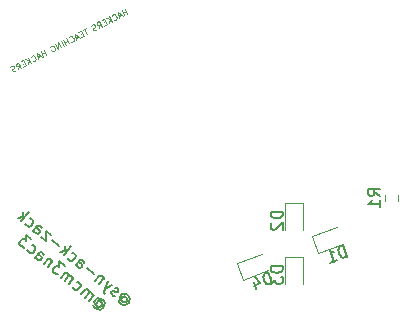
<source format=gbr>
%TF.GenerationSoftware,KiCad,Pcbnew,(5.1.10)-1*%
%TF.CreationDate,2021-10-13T15:42:42-04:00*%
%TF.ProjectId,TFTS-HTH-SAO-Scout-IS,54465453-2d48-4544-982d-53414f2d5363,rev?*%
%TF.SameCoordinates,Original*%
%TF.FileFunction,Legend,Bot*%
%TF.FilePolarity,Positive*%
%FSLAX46Y46*%
G04 Gerber Fmt 4.6, Leading zero omitted, Abs format (unit mm)*
G04 Created by KiCad (PCBNEW (5.1.10)-1) date 2021-10-13 15:42:42*
%MOMM*%
%LPD*%
G01*
G04 APERTURE LIST*
%ADD10C,0.125000*%
%ADD11C,0.150000*%
%ADD12C,0.120000*%
G04 APERTURE END LIST*
D10*
X130023973Y-87277421D02*
X129796978Y-86831918D01*
X129905071Y-87044063D02*
X129650498Y-87173774D01*
X129769400Y-87407133D02*
X129542405Y-86961630D01*
X129513614Y-87377130D02*
X129301470Y-87485223D01*
X129620899Y-87482798D02*
X129245402Y-87112960D01*
X129323897Y-87634128D01*
X128899204Y-87797076D02*
X128931227Y-87807481D01*
X129005680Y-87796268D01*
X129048109Y-87774649D01*
X129100943Y-87721007D01*
X129121753Y-87656959D01*
X129121349Y-87603721D01*
X129099326Y-87508054D01*
X129066898Y-87444411D01*
X129002447Y-87370362D01*
X128959614Y-87338743D01*
X128895566Y-87317932D01*
X128821114Y-87329146D01*
X128778685Y-87350765D01*
X128725851Y-87404407D01*
X128715446Y-87436431D01*
X128729892Y-87936789D02*
X128502897Y-87491285D01*
X128475319Y-88066500D02*
X128536537Y-87714643D01*
X128248324Y-87620997D02*
X128632609Y-87745859D01*
X128165487Y-87930425D02*
X128016986Y-88006090D01*
X128072245Y-88271877D02*
X128284389Y-88163784D01*
X128057394Y-87718281D01*
X127845249Y-87826374D01*
X127626741Y-88498872D02*
X127667149Y-88211063D01*
X127881315Y-88369161D02*
X127654319Y-87923657D01*
X127484604Y-88010132D01*
X127452984Y-88052965D01*
X127442579Y-88084988D01*
X127442983Y-88138227D01*
X127475411Y-88201870D01*
X127518244Y-88233490D01*
X127550268Y-88243895D01*
X127603506Y-88243491D01*
X127773222Y-88157016D01*
X127446217Y-88564132D02*
X127393382Y-88617774D01*
X127287310Y-88671821D01*
X127234072Y-88672225D01*
X127202048Y-88661820D01*
X127159215Y-88630200D01*
X127137597Y-88587771D01*
X127137193Y-88534533D01*
X127147598Y-88502510D01*
X127179217Y-88459676D01*
X127253266Y-88395225D01*
X127284885Y-88352392D01*
X127295290Y-88320368D01*
X127294886Y-88267130D01*
X127273268Y-88224701D01*
X127230435Y-88193081D01*
X127198411Y-88182676D01*
X127145173Y-88183080D01*
X127039101Y-88237127D01*
X126986267Y-88290769D01*
X126508740Y-88507359D02*
X126254166Y-88637071D01*
X126608448Y-89017718D02*
X126381453Y-88572215D01*
X126213758Y-88924880D02*
X126065257Y-89000545D01*
X126120516Y-89266332D02*
X126332660Y-89158239D01*
X126105665Y-88712736D01*
X125893521Y-88820829D01*
X125885945Y-89225520D02*
X125673800Y-89333613D01*
X125993229Y-89331188D02*
X125617733Y-88961350D01*
X125696227Y-89482518D01*
X125271534Y-89645466D02*
X125303558Y-89655871D01*
X125378011Y-89644658D01*
X125420439Y-89623039D01*
X125473273Y-89569397D01*
X125494084Y-89505349D01*
X125493680Y-89452111D01*
X125471657Y-89356444D01*
X125439229Y-89292801D01*
X125374777Y-89218752D01*
X125331944Y-89187133D01*
X125267897Y-89166322D01*
X125193444Y-89177536D01*
X125151015Y-89199154D01*
X125098181Y-89252797D01*
X125087776Y-89284820D01*
X125102223Y-89785179D02*
X124875228Y-89339675D01*
X124983321Y-89551820D02*
X124728747Y-89681531D01*
X124847650Y-89914890D02*
X124620654Y-89469387D01*
X124635505Y-90022983D02*
X124408510Y-89577480D01*
X124423361Y-90131076D02*
X124196365Y-89685573D01*
X124168787Y-90260788D01*
X123941792Y-89815284D01*
X123507098Y-90063494D02*
X123538718Y-90020661D01*
X123602361Y-89988233D01*
X123676814Y-89977020D01*
X123740861Y-89997830D01*
X123783694Y-90029450D01*
X123848146Y-90103498D01*
X123880574Y-90167141D01*
X123902597Y-90262808D01*
X123903001Y-90316047D01*
X123882190Y-90380094D01*
X123829356Y-90433736D01*
X123786927Y-90455355D01*
X123712475Y-90466568D01*
X123680451Y-90456163D01*
X123604786Y-90307662D01*
X123689644Y-90264425D01*
X123171709Y-90768825D02*
X122944713Y-90323321D01*
X123052806Y-90535466D02*
X122798233Y-90665177D01*
X122917135Y-90898536D02*
X122690140Y-90453033D01*
X122661350Y-90868533D02*
X122449205Y-90976626D01*
X122768634Y-90974201D02*
X122393138Y-90604363D01*
X122471632Y-91125531D01*
X122046939Y-91288479D02*
X122078963Y-91298884D01*
X122153416Y-91287671D01*
X122195844Y-91266052D01*
X122248678Y-91212410D01*
X122269489Y-91148362D01*
X122269085Y-91095124D01*
X122247062Y-90999457D01*
X122214634Y-90935814D01*
X122150182Y-90861765D01*
X122107349Y-90830146D01*
X122043302Y-90809336D01*
X121968849Y-90820549D01*
X121926420Y-90842168D01*
X121873586Y-90895810D01*
X121863181Y-90927834D01*
X121877628Y-91428192D02*
X121650633Y-90982689D01*
X121623055Y-91557903D02*
X121684273Y-91206046D01*
X121396059Y-91112400D02*
X121780344Y-91237262D01*
X121313222Y-91421828D02*
X121164721Y-91497493D01*
X121219980Y-91763280D02*
X121432125Y-91655187D01*
X121205129Y-91209684D01*
X120992985Y-91317777D01*
X120774477Y-91990275D02*
X120814885Y-91702466D01*
X121029050Y-91860564D02*
X120802055Y-91415060D01*
X120632339Y-91501535D01*
X120600720Y-91544368D01*
X120590315Y-91576392D01*
X120590719Y-91629630D01*
X120623147Y-91693273D01*
X120665980Y-91724893D01*
X120698003Y-91735298D01*
X120751242Y-91734894D01*
X120920957Y-91648419D01*
X120593952Y-92055535D02*
X120541118Y-92109178D01*
X120435046Y-92163224D01*
X120381808Y-92163628D01*
X120349784Y-92153223D01*
X120306951Y-92121603D01*
X120285332Y-92079175D01*
X120284928Y-92025936D01*
X120295333Y-91993913D01*
X120326953Y-91951080D01*
X120401001Y-91886628D01*
X120432621Y-91843795D01*
X120443026Y-91811771D01*
X120442622Y-91758533D01*
X120421003Y-91716104D01*
X120378170Y-91684485D01*
X120346147Y-91674079D01*
X120292908Y-91674484D01*
X120186836Y-91728530D01*
X120134002Y-91782172D01*
D11*
X129699937Y-111221791D02*
X129766911Y-111214752D01*
X129870893Y-111237680D01*
X129944907Y-111297615D01*
X129988953Y-111394558D01*
X129995992Y-111461532D01*
X129973064Y-111565514D01*
X129913129Y-111639528D01*
X129816187Y-111683574D01*
X129749212Y-111690613D01*
X129645231Y-111667685D01*
X129571217Y-111607750D01*
X129527170Y-111510807D01*
X129520131Y-111443833D01*
X129759872Y-111147777D02*
X129520131Y-111443833D01*
X129453156Y-111450872D01*
X129416150Y-111420905D01*
X129372103Y-111323962D01*
X129395032Y-111219981D01*
X129544870Y-111034946D01*
X129708787Y-110983860D01*
X129879743Y-110999749D01*
X130057738Y-111082613D01*
X130175798Y-111239491D01*
X130226884Y-111403407D01*
X130210995Y-111574364D01*
X130128131Y-111752359D01*
X129971254Y-111870419D01*
X129807337Y-111921505D01*
X129636381Y-111905616D01*
X129458385Y-111822752D01*
X129340325Y-111665875D01*
X129289240Y-111501958D01*
X128949138Y-111165274D02*
X128845156Y-111142346D01*
X128697128Y-111022476D01*
X128653082Y-110925533D01*
X128676011Y-110821552D01*
X128705978Y-110784545D01*
X128802920Y-110740499D01*
X128906902Y-110763427D01*
X129017923Y-110853330D01*
X129121904Y-110876258D01*
X129218847Y-110832212D01*
X129248814Y-110795205D01*
X129271742Y-110691223D01*
X129227696Y-110594281D01*
X129116675Y-110504378D01*
X129012694Y-110481450D01*
X128746606Y-110204702D02*
X128142024Y-110572961D01*
X128376536Y-109905025D02*
X128142024Y-110572961D01*
X128066200Y-110817931D01*
X128073239Y-110884906D01*
X128117285Y-110981848D01*
X128080481Y-109665284D02*
X127660934Y-110183382D01*
X128020545Y-109739298D02*
X128013506Y-109672324D01*
X127969460Y-109575381D01*
X127858439Y-109485479D01*
X127754458Y-109462550D01*
X127657515Y-109506597D01*
X127327871Y-109913673D01*
X127197543Y-109317941D02*
X126605432Y-108838459D01*
X125662558Y-108565129D02*
X125992203Y-108158053D01*
X126089145Y-108114007D01*
X126193126Y-108136935D01*
X126341154Y-108256805D01*
X126385200Y-108353748D01*
X125692526Y-108528122D02*
X125736572Y-108625065D01*
X125921607Y-108774903D01*
X126025589Y-108797831D01*
X126122531Y-108753785D01*
X126182466Y-108679771D01*
X126205395Y-108575789D01*
X126161348Y-108478847D01*
X125976313Y-108329009D01*
X125932267Y-108232067D01*
X124989394Y-107958737D02*
X125033440Y-108055679D01*
X125181468Y-108175550D01*
X125285450Y-108198478D01*
X125352424Y-108191439D01*
X125449366Y-108147393D01*
X125629172Y-107925351D01*
X125652101Y-107821369D01*
X125645061Y-107754395D01*
X125601015Y-107657453D01*
X125452987Y-107537582D01*
X125349006Y-107514654D01*
X124626364Y-107726035D02*
X125255684Y-106948889D01*
X124792091Y-107370045D02*
X124330308Y-107486294D01*
X124749855Y-106968197D02*
X124806170Y-107503994D01*
X124236987Y-106920530D02*
X123644876Y-106441048D01*
X123528626Y-105979265D02*
X123121549Y-105649621D01*
X123109079Y-106497362D01*
X122702002Y-106167718D01*
X122072884Y-105658268D02*
X122402528Y-105251192D01*
X122499471Y-105207146D01*
X122603452Y-105230074D01*
X122751480Y-105349945D01*
X122795526Y-105446887D01*
X122102852Y-105621261D02*
X122146898Y-105718204D01*
X122331933Y-105868042D01*
X122435914Y-105890970D01*
X122532857Y-105846924D01*
X122592792Y-105772910D01*
X122615720Y-105668929D01*
X122571674Y-105571986D01*
X122386639Y-105422148D01*
X122342593Y-105325206D01*
X121399720Y-105051876D02*
X121443766Y-105148819D01*
X121591794Y-105268689D01*
X121695775Y-105291617D01*
X121762750Y-105284578D01*
X121859692Y-105240532D01*
X122039498Y-105018490D01*
X122062426Y-104914509D01*
X122055387Y-104847534D01*
X122011341Y-104750592D01*
X121863313Y-104630721D01*
X121759332Y-104607793D01*
X121036690Y-104819175D02*
X121666010Y-104042029D01*
X121202417Y-104463184D02*
X120740634Y-104579433D01*
X121160181Y-104061336D02*
X121216496Y-104597133D01*
X127569853Y-111620037D02*
X127636827Y-111612998D01*
X127740809Y-111635926D01*
X127814823Y-111695861D01*
X127858869Y-111792803D01*
X127865908Y-111859778D01*
X127842980Y-111963759D01*
X127783045Y-112037773D01*
X127686103Y-112081820D01*
X127619128Y-112088859D01*
X127515146Y-112065931D01*
X127441133Y-112005995D01*
X127397086Y-111909053D01*
X127390047Y-111842079D01*
X127629788Y-111546023D02*
X127390047Y-111842079D01*
X127323072Y-111849118D01*
X127286065Y-111819150D01*
X127242019Y-111722208D01*
X127264948Y-111618226D01*
X127414786Y-111433192D01*
X127578703Y-111382106D01*
X127749659Y-111397995D01*
X127927654Y-111480859D01*
X128045714Y-111637736D01*
X128096800Y-111801653D01*
X128080911Y-111972609D01*
X127998047Y-112150605D01*
X127841170Y-112268665D01*
X127677253Y-112319750D01*
X127506297Y-112303861D01*
X127328301Y-112220998D01*
X127210241Y-112064120D01*
X127159156Y-111900203D01*
X126752079Y-111570559D02*
X127171626Y-111052462D01*
X127111691Y-111126476D02*
X127104651Y-111059501D01*
X127060605Y-110962559D01*
X126949584Y-110872656D01*
X126845603Y-110849728D01*
X126748661Y-110893774D01*
X126419017Y-111300851D01*
X126748661Y-110893774D02*
X126771589Y-110789793D01*
X126727543Y-110692850D01*
X126616522Y-110602948D01*
X126512540Y-110580019D01*
X126415598Y-110624066D01*
X126085954Y-111031142D01*
X125412790Y-110424750D02*
X125456836Y-110521692D01*
X125604864Y-110641563D01*
X125708845Y-110664491D01*
X125775820Y-110657452D01*
X125872762Y-110613405D01*
X126052568Y-110391364D01*
X126075496Y-110287382D01*
X126068457Y-110220408D01*
X126024411Y-110123465D01*
X125876383Y-110003595D01*
X125772401Y-109980666D01*
X125049759Y-110192048D02*
X125469306Y-109673951D01*
X125409371Y-109747965D02*
X125402332Y-109680990D01*
X125358286Y-109584048D01*
X125247265Y-109494145D01*
X125143283Y-109471217D01*
X125046341Y-109515263D01*
X124716697Y-109922339D01*
X125046341Y-109515263D02*
X125069269Y-109411281D01*
X125025223Y-109314339D01*
X124914202Y-109224436D01*
X124810221Y-109201508D01*
X124713278Y-109245554D01*
X124383634Y-109652631D01*
X124716899Y-108635744D02*
X124235809Y-108246164D01*
X124255116Y-108751993D01*
X124144095Y-108662090D01*
X124040114Y-108639162D01*
X123973139Y-108646201D01*
X123876197Y-108690248D01*
X123726359Y-108875282D01*
X123703431Y-108979264D01*
X123710470Y-109046239D01*
X123754516Y-109143181D01*
X123976558Y-109322987D01*
X124080539Y-109345915D01*
X124147514Y-109338876D01*
X123692973Y-108235504D02*
X123273426Y-108753601D01*
X123633037Y-108309518D02*
X123625998Y-108242543D01*
X123581952Y-108145601D01*
X123470931Y-108055698D01*
X123366949Y-108032770D01*
X123270007Y-108076816D01*
X122940363Y-108483893D01*
X122237231Y-107914508D02*
X122566875Y-107507431D01*
X122663817Y-107463385D01*
X122767799Y-107486313D01*
X122915827Y-107606184D01*
X122959873Y-107703126D01*
X122267199Y-107877501D02*
X122311245Y-107974443D01*
X122496280Y-108124281D01*
X122600261Y-108147209D01*
X122697204Y-108103163D01*
X122757139Y-108029149D01*
X122780067Y-107925168D01*
X122736021Y-107828225D01*
X122550986Y-107678387D01*
X122506940Y-107581445D01*
X121564067Y-107308116D02*
X121608113Y-107405058D01*
X121756141Y-107524928D01*
X121860122Y-107547857D01*
X121927097Y-107540817D01*
X122024039Y-107496771D01*
X122203845Y-107274729D01*
X122226773Y-107170748D01*
X122219734Y-107103773D01*
X122175688Y-107006831D01*
X122027660Y-106886960D01*
X121923678Y-106864032D01*
X121904371Y-106358203D02*
X121423281Y-105968624D01*
X121442588Y-106474453D01*
X121331567Y-106384550D01*
X121227586Y-106361622D01*
X121160611Y-106368661D01*
X121063669Y-106412707D01*
X120913831Y-106597742D01*
X120890902Y-106701724D01*
X120897942Y-106768698D01*
X120941988Y-106865640D01*
X121164030Y-107045446D01*
X121268011Y-107068374D01*
X121334986Y-107061335D01*
D12*
%TO.C,D4*%
X139323172Y-108402226D02*
X141470369Y-107620710D01*
X139825941Y-109783574D02*
X139323172Y-108402226D01*
X141973139Y-109002058D02*
X139825941Y-109783574D01*
%TO.C,D3*%
X144880000Y-107887500D02*
X144880000Y-110172500D01*
X143410000Y-107887500D02*
X144880000Y-107887500D01*
X143410000Y-110172500D02*
X143410000Y-107887500D01*
%TO.C,D2*%
X144880000Y-103290000D02*
X144880000Y-105575000D01*
X143410000Y-103290000D02*
X144880000Y-103290000D01*
X143410000Y-105575000D02*
X143410000Y-103290000D01*
%TO.C,D1*%
X145673172Y-106131567D02*
X147820369Y-105350051D01*
X146175941Y-107512915D02*
X145673172Y-106131567D01*
X148323139Y-106731399D02*
X146175941Y-107512915D01*
%TO.C,R1*%
X151877500Y-102632742D02*
X151877500Y-103107258D01*
X152922500Y-102632742D02*
X152922500Y-103107258D01*
%TO.C,D4*%
D11*
X142307395Y-110101415D02*
X141965374Y-109161722D01*
X141741638Y-109243156D01*
X141623683Y-109336763D01*
X141566762Y-109458831D01*
X141554588Y-109564612D01*
X141574987Y-109759888D01*
X141623847Y-109894130D01*
X141733741Y-110056832D01*
X141811062Y-110130040D01*
X141933130Y-110186961D01*
X142083658Y-110182848D01*
X142307395Y-110101415D01*
X140736963Y-109963554D02*
X140964977Y-110590015D01*
X140830406Y-109524142D02*
X141298442Y-110113918D01*
X140716728Y-110325644D01*
%TO.C,D3*%
X143167380Y-108634404D02*
X142167380Y-108634404D01*
X142167380Y-108872500D01*
X142215000Y-109015357D01*
X142310238Y-109110595D01*
X142405476Y-109158214D01*
X142595952Y-109205833D01*
X142738809Y-109205833D01*
X142929285Y-109158214D01*
X143024523Y-109110595D01*
X143119761Y-109015357D01*
X143167380Y-108872500D01*
X143167380Y-108634404D01*
X142167380Y-109539166D02*
X142167380Y-110158214D01*
X142548333Y-109824880D01*
X142548333Y-109967738D01*
X142595952Y-110062976D01*
X142643571Y-110110595D01*
X142738809Y-110158214D01*
X142976904Y-110158214D01*
X143072142Y-110110595D01*
X143119761Y-110062976D01*
X143167380Y-109967738D01*
X143167380Y-109682023D01*
X143119761Y-109586785D01*
X143072142Y-109539166D01*
%TO.C,D2*%
X143167380Y-104036904D02*
X142167380Y-104036904D01*
X142167380Y-104275000D01*
X142215000Y-104417857D01*
X142310238Y-104513095D01*
X142405476Y-104560714D01*
X142595952Y-104608333D01*
X142738809Y-104608333D01*
X142929285Y-104560714D01*
X143024523Y-104513095D01*
X143119761Y-104417857D01*
X143167380Y-104275000D01*
X143167380Y-104036904D01*
X142262619Y-104989285D02*
X142215000Y-105036904D01*
X142167380Y-105132142D01*
X142167380Y-105370238D01*
X142215000Y-105465476D01*
X142262619Y-105513095D01*
X142357857Y-105560714D01*
X142453095Y-105560714D01*
X142595952Y-105513095D01*
X143167380Y-104941666D01*
X143167380Y-105560714D01*
%TO.C,D1*%
X148657395Y-107830756D02*
X148315374Y-106891063D01*
X148091638Y-106972497D01*
X147973683Y-107066104D01*
X147916762Y-107188172D01*
X147904588Y-107293953D01*
X147924987Y-107489229D01*
X147973847Y-107623471D01*
X148083741Y-107786173D01*
X148161062Y-107859381D01*
X148283130Y-107916302D01*
X148433658Y-107912189D01*
X148657395Y-107830756D01*
X147225482Y-108351930D02*
X147762449Y-108156490D01*
X147493966Y-108254210D02*
X147151945Y-107314517D01*
X147290300Y-107416185D01*
X147412368Y-107473107D01*
X147518149Y-107485281D01*
%TO.C,R1*%
X151422380Y-102703333D02*
X150946190Y-102370000D01*
X151422380Y-102131904D02*
X150422380Y-102131904D01*
X150422380Y-102512857D01*
X150470000Y-102608095D01*
X150517619Y-102655714D01*
X150612857Y-102703333D01*
X150755714Y-102703333D01*
X150850952Y-102655714D01*
X150898571Y-102608095D01*
X150946190Y-102512857D01*
X150946190Y-102131904D01*
X151422380Y-103655714D02*
X151422380Y-103084285D01*
X151422380Y-103370000D02*
X150422380Y-103370000D01*
X150565238Y-103274761D01*
X150660476Y-103179523D01*
X150708095Y-103084285D01*
%TD*%
M02*

</source>
